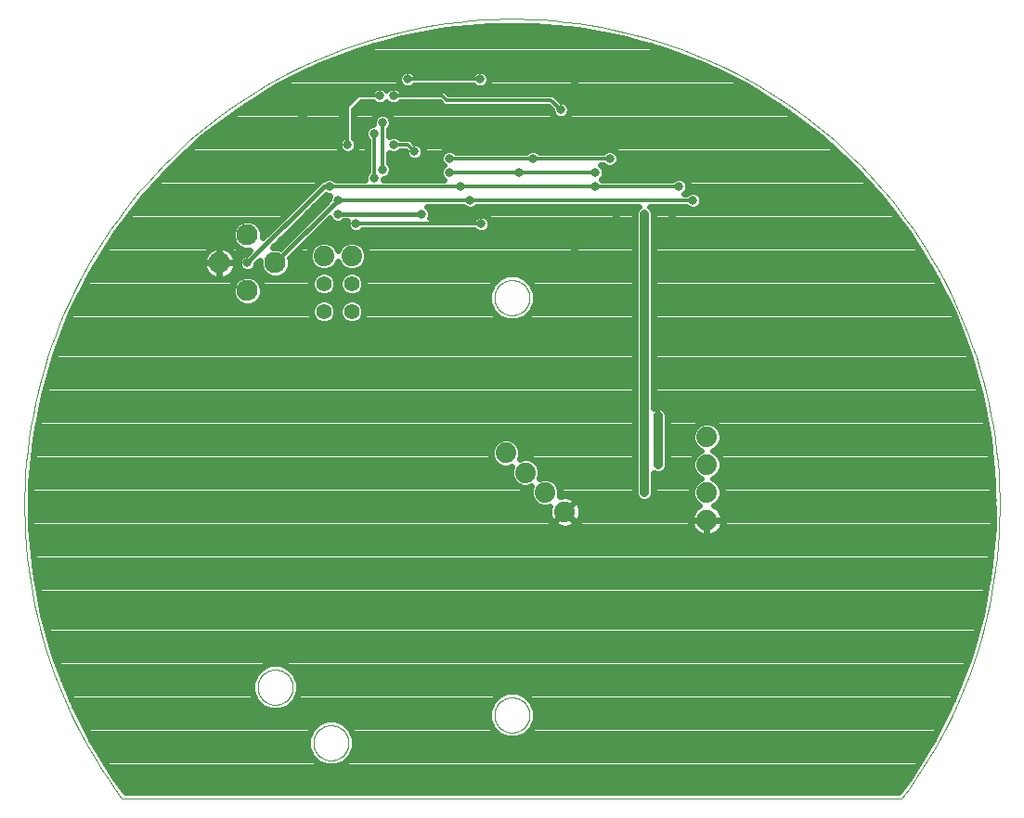
<source format=gbl>
G75*
%MOIN*%
%OFA0B0*%
%FSLAX25Y25*%
%IPPOS*%
%LPD*%
%AMOC8*
5,1,8,0,0,1.08239X$1,22.5*
%
%ADD10C,0.00000*%
%ADD11C,0.07400*%
%ADD12C,0.07600*%
%ADD13C,0.05600*%
%ADD14C,0.03169*%
%ADD15C,0.03200*%
%ADD16C,0.01600*%
%ADD17C,0.02400*%
%ADD18C,0.01200*%
D10*
X0062200Y0017200D02*
X0342200Y0017200D01*
X0195901Y0047200D02*
X0195903Y0047358D01*
X0195909Y0047516D01*
X0195919Y0047674D01*
X0195933Y0047832D01*
X0195951Y0047989D01*
X0195972Y0048146D01*
X0195998Y0048302D01*
X0196028Y0048458D01*
X0196061Y0048613D01*
X0196099Y0048766D01*
X0196140Y0048919D01*
X0196185Y0049071D01*
X0196234Y0049222D01*
X0196287Y0049371D01*
X0196343Y0049519D01*
X0196403Y0049665D01*
X0196467Y0049810D01*
X0196535Y0049953D01*
X0196606Y0050095D01*
X0196680Y0050235D01*
X0196758Y0050372D01*
X0196840Y0050508D01*
X0196924Y0050642D01*
X0197013Y0050773D01*
X0197104Y0050902D01*
X0197199Y0051029D01*
X0197296Y0051154D01*
X0197397Y0051276D01*
X0197501Y0051395D01*
X0197608Y0051512D01*
X0197718Y0051626D01*
X0197831Y0051737D01*
X0197946Y0051846D01*
X0198064Y0051951D01*
X0198185Y0052053D01*
X0198308Y0052153D01*
X0198434Y0052249D01*
X0198562Y0052342D01*
X0198692Y0052432D01*
X0198825Y0052518D01*
X0198960Y0052602D01*
X0199096Y0052681D01*
X0199235Y0052758D01*
X0199376Y0052830D01*
X0199518Y0052900D01*
X0199662Y0052965D01*
X0199808Y0053027D01*
X0199955Y0053085D01*
X0200104Y0053140D01*
X0200254Y0053191D01*
X0200405Y0053238D01*
X0200557Y0053281D01*
X0200710Y0053320D01*
X0200865Y0053356D01*
X0201020Y0053387D01*
X0201176Y0053415D01*
X0201332Y0053439D01*
X0201489Y0053459D01*
X0201647Y0053475D01*
X0201804Y0053487D01*
X0201963Y0053495D01*
X0202121Y0053499D01*
X0202279Y0053499D01*
X0202437Y0053495D01*
X0202596Y0053487D01*
X0202753Y0053475D01*
X0202911Y0053459D01*
X0203068Y0053439D01*
X0203224Y0053415D01*
X0203380Y0053387D01*
X0203535Y0053356D01*
X0203690Y0053320D01*
X0203843Y0053281D01*
X0203995Y0053238D01*
X0204146Y0053191D01*
X0204296Y0053140D01*
X0204445Y0053085D01*
X0204592Y0053027D01*
X0204738Y0052965D01*
X0204882Y0052900D01*
X0205024Y0052830D01*
X0205165Y0052758D01*
X0205304Y0052681D01*
X0205440Y0052602D01*
X0205575Y0052518D01*
X0205708Y0052432D01*
X0205838Y0052342D01*
X0205966Y0052249D01*
X0206092Y0052153D01*
X0206215Y0052053D01*
X0206336Y0051951D01*
X0206454Y0051846D01*
X0206569Y0051737D01*
X0206682Y0051626D01*
X0206792Y0051512D01*
X0206899Y0051395D01*
X0207003Y0051276D01*
X0207104Y0051154D01*
X0207201Y0051029D01*
X0207296Y0050902D01*
X0207387Y0050773D01*
X0207476Y0050642D01*
X0207560Y0050508D01*
X0207642Y0050372D01*
X0207720Y0050235D01*
X0207794Y0050095D01*
X0207865Y0049953D01*
X0207933Y0049810D01*
X0207997Y0049665D01*
X0208057Y0049519D01*
X0208113Y0049371D01*
X0208166Y0049222D01*
X0208215Y0049071D01*
X0208260Y0048919D01*
X0208301Y0048766D01*
X0208339Y0048613D01*
X0208372Y0048458D01*
X0208402Y0048302D01*
X0208428Y0048146D01*
X0208449Y0047989D01*
X0208467Y0047832D01*
X0208481Y0047674D01*
X0208491Y0047516D01*
X0208497Y0047358D01*
X0208499Y0047200D01*
X0208497Y0047042D01*
X0208491Y0046884D01*
X0208481Y0046726D01*
X0208467Y0046568D01*
X0208449Y0046411D01*
X0208428Y0046254D01*
X0208402Y0046098D01*
X0208372Y0045942D01*
X0208339Y0045787D01*
X0208301Y0045634D01*
X0208260Y0045481D01*
X0208215Y0045329D01*
X0208166Y0045178D01*
X0208113Y0045029D01*
X0208057Y0044881D01*
X0207997Y0044735D01*
X0207933Y0044590D01*
X0207865Y0044447D01*
X0207794Y0044305D01*
X0207720Y0044165D01*
X0207642Y0044028D01*
X0207560Y0043892D01*
X0207476Y0043758D01*
X0207387Y0043627D01*
X0207296Y0043498D01*
X0207201Y0043371D01*
X0207104Y0043246D01*
X0207003Y0043124D01*
X0206899Y0043005D01*
X0206792Y0042888D01*
X0206682Y0042774D01*
X0206569Y0042663D01*
X0206454Y0042554D01*
X0206336Y0042449D01*
X0206215Y0042347D01*
X0206092Y0042247D01*
X0205966Y0042151D01*
X0205838Y0042058D01*
X0205708Y0041968D01*
X0205575Y0041882D01*
X0205440Y0041798D01*
X0205304Y0041719D01*
X0205165Y0041642D01*
X0205024Y0041570D01*
X0204882Y0041500D01*
X0204738Y0041435D01*
X0204592Y0041373D01*
X0204445Y0041315D01*
X0204296Y0041260D01*
X0204146Y0041209D01*
X0203995Y0041162D01*
X0203843Y0041119D01*
X0203690Y0041080D01*
X0203535Y0041044D01*
X0203380Y0041013D01*
X0203224Y0040985D01*
X0203068Y0040961D01*
X0202911Y0040941D01*
X0202753Y0040925D01*
X0202596Y0040913D01*
X0202437Y0040905D01*
X0202279Y0040901D01*
X0202121Y0040901D01*
X0201963Y0040905D01*
X0201804Y0040913D01*
X0201647Y0040925D01*
X0201489Y0040941D01*
X0201332Y0040961D01*
X0201176Y0040985D01*
X0201020Y0041013D01*
X0200865Y0041044D01*
X0200710Y0041080D01*
X0200557Y0041119D01*
X0200405Y0041162D01*
X0200254Y0041209D01*
X0200104Y0041260D01*
X0199955Y0041315D01*
X0199808Y0041373D01*
X0199662Y0041435D01*
X0199518Y0041500D01*
X0199376Y0041570D01*
X0199235Y0041642D01*
X0199096Y0041719D01*
X0198960Y0041798D01*
X0198825Y0041882D01*
X0198692Y0041968D01*
X0198562Y0042058D01*
X0198434Y0042151D01*
X0198308Y0042247D01*
X0198185Y0042347D01*
X0198064Y0042449D01*
X0197946Y0042554D01*
X0197831Y0042663D01*
X0197718Y0042774D01*
X0197608Y0042888D01*
X0197501Y0043005D01*
X0197397Y0043124D01*
X0197296Y0043246D01*
X0197199Y0043371D01*
X0197104Y0043498D01*
X0197013Y0043627D01*
X0196924Y0043758D01*
X0196840Y0043892D01*
X0196758Y0044028D01*
X0196680Y0044165D01*
X0196606Y0044305D01*
X0196535Y0044447D01*
X0196467Y0044590D01*
X0196403Y0044735D01*
X0196343Y0044881D01*
X0196287Y0045029D01*
X0196234Y0045178D01*
X0196185Y0045329D01*
X0196140Y0045481D01*
X0196099Y0045634D01*
X0196061Y0045787D01*
X0196028Y0045942D01*
X0195998Y0046098D01*
X0195972Y0046254D01*
X0195951Y0046411D01*
X0195933Y0046568D01*
X0195919Y0046726D01*
X0195909Y0046884D01*
X0195903Y0047042D01*
X0195901Y0047200D01*
X0130901Y0037200D02*
X0130903Y0037358D01*
X0130909Y0037516D01*
X0130919Y0037674D01*
X0130933Y0037832D01*
X0130951Y0037989D01*
X0130972Y0038146D01*
X0130998Y0038302D01*
X0131028Y0038458D01*
X0131061Y0038613D01*
X0131099Y0038766D01*
X0131140Y0038919D01*
X0131185Y0039071D01*
X0131234Y0039222D01*
X0131287Y0039371D01*
X0131343Y0039519D01*
X0131403Y0039665D01*
X0131467Y0039810D01*
X0131535Y0039953D01*
X0131606Y0040095D01*
X0131680Y0040235D01*
X0131758Y0040372D01*
X0131840Y0040508D01*
X0131924Y0040642D01*
X0132013Y0040773D01*
X0132104Y0040902D01*
X0132199Y0041029D01*
X0132296Y0041154D01*
X0132397Y0041276D01*
X0132501Y0041395D01*
X0132608Y0041512D01*
X0132718Y0041626D01*
X0132831Y0041737D01*
X0132946Y0041846D01*
X0133064Y0041951D01*
X0133185Y0042053D01*
X0133308Y0042153D01*
X0133434Y0042249D01*
X0133562Y0042342D01*
X0133692Y0042432D01*
X0133825Y0042518D01*
X0133960Y0042602D01*
X0134096Y0042681D01*
X0134235Y0042758D01*
X0134376Y0042830D01*
X0134518Y0042900D01*
X0134662Y0042965D01*
X0134808Y0043027D01*
X0134955Y0043085D01*
X0135104Y0043140D01*
X0135254Y0043191D01*
X0135405Y0043238D01*
X0135557Y0043281D01*
X0135710Y0043320D01*
X0135865Y0043356D01*
X0136020Y0043387D01*
X0136176Y0043415D01*
X0136332Y0043439D01*
X0136489Y0043459D01*
X0136647Y0043475D01*
X0136804Y0043487D01*
X0136963Y0043495D01*
X0137121Y0043499D01*
X0137279Y0043499D01*
X0137437Y0043495D01*
X0137596Y0043487D01*
X0137753Y0043475D01*
X0137911Y0043459D01*
X0138068Y0043439D01*
X0138224Y0043415D01*
X0138380Y0043387D01*
X0138535Y0043356D01*
X0138690Y0043320D01*
X0138843Y0043281D01*
X0138995Y0043238D01*
X0139146Y0043191D01*
X0139296Y0043140D01*
X0139445Y0043085D01*
X0139592Y0043027D01*
X0139738Y0042965D01*
X0139882Y0042900D01*
X0140024Y0042830D01*
X0140165Y0042758D01*
X0140304Y0042681D01*
X0140440Y0042602D01*
X0140575Y0042518D01*
X0140708Y0042432D01*
X0140838Y0042342D01*
X0140966Y0042249D01*
X0141092Y0042153D01*
X0141215Y0042053D01*
X0141336Y0041951D01*
X0141454Y0041846D01*
X0141569Y0041737D01*
X0141682Y0041626D01*
X0141792Y0041512D01*
X0141899Y0041395D01*
X0142003Y0041276D01*
X0142104Y0041154D01*
X0142201Y0041029D01*
X0142296Y0040902D01*
X0142387Y0040773D01*
X0142476Y0040642D01*
X0142560Y0040508D01*
X0142642Y0040372D01*
X0142720Y0040235D01*
X0142794Y0040095D01*
X0142865Y0039953D01*
X0142933Y0039810D01*
X0142997Y0039665D01*
X0143057Y0039519D01*
X0143113Y0039371D01*
X0143166Y0039222D01*
X0143215Y0039071D01*
X0143260Y0038919D01*
X0143301Y0038766D01*
X0143339Y0038613D01*
X0143372Y0038458D01*
X0143402Y0038302D01*
X0143428Y0038146D01*
X0143449Y0037989D01*
X0143467Y0037832D01*
X0143481Y0037674D01*
X0143491Y0037516D01*
X0143497Y0037358D01*
X0143499Y0037200D01*
X0143497Y0037042D01*
X0143491Y0036884D01*
X0143481Y0036726D01*
X0143467Y0036568D01*
X0143449Y0036411D01*
X0143428Y0036254D01*
X0143402Y0036098D01*
X0143372Y0035942D01*
X0143339Y0035787D01*
X0143301Y0035634D01*
X0143260Y0035481D01*
X0143215Y0035329D01*
X0143166Y0035178D01*
X0143113Y0035029D01*
X0143057Y0034881D01*
X0142997Y0034735D01*
X0142933Y0034590D01*
X0142865Y0034447D01*
X0142794Y0034305D01*
X0142720Y0034165D01*
X0142642Y0034028D01*
X0142560Y0033892D01*
X0142476Y0033758D01*
X0142387Y0033627D01*
X0142296Y0033498D01*
X0142201Y0033371D01*
X0142104Y0033246D01*
X0142003Y0033124D01*
X0141899Y0033005D01*
X0141792Y0032888D01*
X0141682Y0032774D01*
X0141569Y0032663D01*
X0141454Y0032554D01*
X0141336Y0032449D01*
X0141215Y0032347D01*
X0141092Y0032247D01*
X0140966Y0032151D01*
X0140838Y0032058D01*
X0140708Y0031968D01*
X0140575Y0031882D01*
X0140440Y0031798D01*
X0140304Y0031719D01*
X0140165Y0031642D01*
X0140024Y0031570D01*
X0139882Y0031500D01*
X0139738Y0031435D01*
X0139592Y0031373D01*
X0139445Y0031315D01*
X0139296Y0031260D01*
X0139146Y0031209D01*
X0138995Y0031162D01*
X0138843Y0031119D01*
X0138690Y0031080D01*
X0138535Y0031044D01*
X0138380Y0031013D01*
X0138224Y0030985D01*
X0138068Y0030961D01*
X0137911Y0030941D01*
X0137753Y0030925D01*
X0137596Y0030913D01*
X0137437Y0030905D01*
X0137279Y0030901D01*
X0137121Y0030901D01*
X0136963Y0030905D01*
X0136804Y0030913D01*
X0136647Y0030925D01*
X0136489Y0030941D01*
X0136332Y0030961D01*
X0136176Y0030985D01*
X0136020Y0031013D01*
X0135865Y0031044D01*
X0135710Y0031080D01*
X0135557Y0031119D01*
X0135405Y0031162D01*
X0135254Y0031209D01*
X0135104Y0031260D01*
X0134955Y0031315D01*
X0134808Y0031373D01*
X0134662Y0031435D01*
X0134518Y0031500D01*
X0134376Y0031570D01*
X0134235Y0031642D01*
X0134096Y0031719D01*
X0133960Y0031798D01*
X0133825Y0031882D01*
X0133692Y0031968D01*
X0133562Y0032058D01*
X0133434Y0032151D01*
X0133308Y0032247D01*
X0133185Y0032347D01*
X0133064Y0032449D01*
X0132946Y0032554D01*
X0132831Y0032663D01*
X0132718Y0032774D01*
X0132608Y0032888D01*
X0132501Y0033005D01*
X0132397Y0033124D01*
X0132296Y0033246D01*
X0132199Y0033371D01*
X0132104Y0033498D01*
X0132013Y0033627D01*
X0131924Y0033758D01*
X0131840Y0033892D01*
X0131758Y0034028D01*
X0131680Y0034165D01*
X0131606Y0034305D01*
X0131535Y0034447D01*
X0131467Y0034590D01*
X0131403Y0034735D01*
X0131343Y0034881D01*
X0131287Y0035029D01*
X0131234Y0035178D01*
X0131185Y0035329D01*
X0131140Y0035481D01*
X0131099Y0035634D01*
X0131061Y0035787D01*
X0131028Y0035942D01*
X0130998Y0036098D01*
X0130972Y0036254D01*
X0130951Y0036411D01*
X0130933Y0036568D01*
X0130919Y0036726D01*
X0130909Y0036884D01*
X0130903Y0037042D01*
X0130901Y0037200D01*
X0110901Y0057200D02*
X0110903Y0057358D01*
X0110909Y0057516D01*
X0110919Y0057674D01*
X0110933Y0057832D01*
X0110951Y0057989D01*
X0110972Y0058146D01*
X0110998Y0058302D01*
X0111028Y0058458D01*
X0111061Y0058613D01*
X0111099Y0058766D01*
X0111140Y0058919D01*
X0111185Y0059071D01*
X0111234Y0059222D01*
X0111287Y0059371D01*
X0111343Y0059519D01*
X0111403Y0059665D01*
X0111467Y0059810D01*
X0111535Y0059953D01*
X0111606Y0060095D01*
X0111680Y0060235D01*
X0111758Y0060372D01*
X0111840Y0060508D01*
X0111924Y0060642D01*
X0112013Y0060773D01*
X0112104Y0060902D01*
X0112199Y0061029D01*
X0112296Y0061154D01*
X0112397Y0061276D01*
X0112501Y0061395D01*
X0112608Y0061512D01*
X0112718Y0061626D01*
X0112831Y0061737D01*
X0112946Y0061846D01*
X0113064Y0061951D01*
X0113185Y0062053D01*
X0113308Y0062153D01*
X0113434Y0062249D01*
X0113562Y0062342D01*
X0113692Y0062432D01*
X0113825Y0062518D01*
X0113960Y0062602D01*
X0114096Y0062681D01*
X0114235Y0062758D01*
X0114376Y0062830D01*
X0114518Y0062900D01*
X0114662Y0062965D01*
X0114808Y0063027D01*
X0114955Y0063085D01*
X0115104Y0063140D01*
X0115254Y0063191D01*
X0115405Y0063238D01*
X0115557Y0063281D01*
X0115710Y0063320D01*
X0115865Y0063356D01*
X0116020Y0063387D01*
X0116176Y0063415D01*
X0116332Y0063439D01*
X0116489Y0063459D01*
X0116647Y0063475D01*
X0116804Y0063487D01*
X0116963Y0063495D01*
X0117121Y0063499D01*
X0117279Y0063499D01*
X0117437Y0063495D01*
X0117596Y0063487D01*
X0117753Y0063475D01*
X0117911Y0063459D01*
X0118068Y0063439D01*
X0118224Y0063415D01*
X0118380Y0063387D01*
X0118535Y0063356D01*
X0118690Y0063320D01*
X0118843Y0063281D01*
X0118995Y0063238D01*
X0119146Y0063191D01*
X0119296Y0063140D01*
X0119445Y0063085D01*
X0119592Y0063027D01*
X0119738Y0062965D01*
X0119882Y0062900D01*
X0120024Y0062830D01*
X0120165Y0062758D01*
X0120304Y0062681D01*
X0120440Y0062602D01*
X0120575Y0062518D01*
X0120708Y0062432D01*
X0120838Y0062342D01*
X0120966Y0062249D01*
X0121092Y0062153D01*
X0121215Y0062053D01*
X0121336Y0061951D01*
X0121454Y0061846D01*
X0121569Y0061737D01*
X0121682Y0061626D01*
X0121792Y0061512D01*
X0121899Y0061395D01*
X0122003Y0061276D01*
X0122104Y0061154D01*
X0122201Y0061029D01*
X0122296Y0060902D01*
X0122387Y0060773D01*
X0122476Y0060642D01*
X0122560Y0060508D01*
X0122642Y0060372D01*
X0122720Y0060235D01*
X0122794Y0060095D01*
X0122865Y0059953D01*
X0122933Y0059810D01*
X0122997Y0059665D01*
X0123057Y0059519D01*
X0123113Y0059371D01*
X0123166Y0059222D01*
X0123215Y0059071D01*
X0123260Y0058919D01*
X0123301Y0058766D01*
X0123339Y0058613D01*
X0123372Y0058458D01*
X0123402Y0058302D01*
X0123428Y0058146D01*
X0123449Y0057989D01*
X0123467Y0057832D01*
X0123481Y0057674D01*
X0123491Y0057516D01*
X0123497Y0057358D01*
X0123499Y0057200D01*
X0123497Y0057042D01*
X0123491Y0056884D01*
X0123481Y0056726D01*
X0123467Y0056568D01*
X0123449Y0056411D01*
X0123428Y0056254D01*
X0123402Y0056098D01*
X0123372Y0055942D01*
X0123339Y0055787D01*
X0123301Y0055634D01*
X0123260Y0055481D01*
X0123215Y0055329D01*
X0123166Y0055178D01*
X0123113Y0055029D01*
X0123057Y0054881D01*
X0122997Y0054735D01*
X0122933Y0054590D01*
X0122865Y0054447D01*
X0122794Y0054305D01*
X0122720Y0054165D01*
X0122642Y0054028D01*
X0122560Y0053892D01*
X0122476Y0053758D01*
X0122387Y0053627D01*
X0122296Y0053498D01*
X0122201Y0053371D01*
X0122104Y0053246D01*
X0122003Y0053124D01*
X0121899Y0053005D01*
X0121792Y0052888D01*
X0121682Y0052774D01*
X0121569Y0052663D01*
X0121454Y0052554D01*
X0121336Y0052449D01*
X0121215Y0052347D01*
X0121092Y0052247D01*
X0120966Y0052151D01*
X0120838Y0052058D01*
X0120708Y0051968D01*
X0120575Y0051882D01*
X0120440Y0051798D01*
X0120304Y0051719D01*
X0120165Y0051642D01*
X0120024Y0051570D01*
X0119882Y0051500D01*
X0119738Y0051435D01*
X0119592Y0051373D01*
X0119445Y0051315D01*
X0119296Y0051260D01*
X0119146Y0051209D01*
X0118995Y0051162D01*
X0118843Y0051119D01*
X0118690Y0051080D01*
X0118535Y0051044D01*
X0118380Y0051013D01*
X0118224Y0050985D01*
X0118068Y0050961D01*
X0117911Y0050941D01*
X0117753Y0050925D01*
X0117596Y0050913D01*
X0117437Y0050905D01*
X0117279Y0050901D01*
X0117121Y0050901D01*
X0116963Y0050905D01*
X0116804Y0050913D01*
X0116647Y0050925D01*
X0116489Y0050941D01*
X0116332Y0050961D01*
X0116176Y0050985D01*
X0116020Y0051013D01*
X0115865Y0051044D01*
X0115710Y0051080D01*
X0115557Y0051119D01*
X0115405Y0051162D01*
X0115254Y0051209D01*
X0115104Y0051260D01*
X0114955Y0051315D01*
X0114808Y0051373D01*
X0114662Y0051435D01*
X0114518Y0051500D01*
X0114376Y0051570D01*
X0114235Y0051642D01*
X0114096Y0051719D01*
X0113960Y0051798D01*
X0113825Y0051882D01*
X0113692Y0051968D01*
X0113562Y0052058D01*
X0113434Y0052151D01*
X0113308Y0052247D01*
X0113185Y0052347D01*
X0113064Y0052449D01*
X0112946Y0052554D01*
X0112831Y0052663D01*
X0112718Y0052774D01*
X0112608Y0052888D01*
X0112501Y0053005D01*
X0112397Y0053124D01*
X0112296Y0053246D01*
X0112199Y0053371D01*
X0112104Y0053498D01*
X0112013Y0053627D01*
X0111924Y0053758D01*
X0111840Y0053892D01*
X0111758Y0054028D01*
X0111680Y0054165D01*
X0111606Y0054305D01*
X0111535Y0054447D01*
X0111467Y0054590D01*
X0111403Y0054735D01*
X0111343Y0054881D01*
X0111287Y0055029D01*
X0111234Y0055178D01*
X0111185Y0055329D01*
X0111140Y0055481D01*
X0111099Y0055634D01*
X0111061Y0055787D01*
X0111028Y0055942D01*
X0110998Y0056098D01*
X0110972Y0056254D01*
X0110951Y0056411D01*
X0110933Y0056568D01*
X0110919Y0056726D01*
X0110909Y0056884D01*
X0110903Y0057042D01*
X0110901Y0057200D01*
X0062200Y0017200D02*
X0059670Y0020657D01*
X0057225Y0024176D01*
X0054867Y0027753D01*
X0052597Y0031386D01*
X0050416Y0035075D01*
X0048327Y0038815D01*
X0046330Y0042605D01*
X0044426Y0046443D01*
X0042617Y0050327D01*
X0040903Y0054254D01*
X0039286Y0058221D01*
X0037766Y0062227D01*
X0036345Y0066269D01*
X0035023Y0070344D01*
X0033801Y0074451D01*
X0032680Y0078586D01*
X0031661Y0082747D01*
X0030744Y0086932D01*
X0029929Y0091139D01*
X0029218Y0095363D01*
X0028610Y0099605D01*
X0028107Y0103859D01*
X0027707Y0108125D01*
X0027412Y0112399D01*
X0027222Y0116679D01*
X0027136Y0120963D01*
X0027156Y0125247D01*
X0027280Y0129530D01*
X0027509Y0133808D01*
X0027842Y0138079D01*
X0028280Y0142341D01*
X0028822Y0146591D01*
X0029468Y0150827D01*
X0030218Y0155045D01*
X0031070Y0159244D01*
X0032025Y0163420D01*
X0033082Y0167572D01*
X0034240Y0171697D01*
X0035499Y0175793D01*
X0036857Y0179856D01*
X0038315Y0183885D01*
X0039871Y0187877D01*
X0041524Y0191829D01*
X0043273Y0195740D01*
X0045117Y0199607D01*
X0047056Y0203428D01*
X0049087Y0207200D01*
X0051210Y0210922D01*
X0053423Y0214590D01*
X0055726Y0218203D01*
X0058116Y0221759D01*
X0060593Y0225255D01*
X0063154Y0228689D01*
X0065799Y0232060D01*
X0068525Y0235365D01*
X0071332Y0238602D01*
X0074217Y0241770D01*
X0077178Y0244866D01*
X0080215Y0247889D01*
X0083324Y0250836D01*
X0086505Y0253707D01*
X0089754Y0256498D01*
X0093072Y0259210D01*
X0096454Y0261839D01*
X0099900Y0264385D01*
X0103407Y0266846D01*
X0106974Y0269220D01*
X0110597Y0271506D01*
X0114275Y0273703D01*
X0118006Y0275810D01*
X0121788Y0277824D01*
X0125617Y0279745D01*
X0129493Y0281572D01*
X0133411Y0283303D01*
X0137372Y0284939D01*
X0141371Y0286476D01*
X0145406Y0287916D01*
X0149475Y0289256D01*
X0153576Y0290496D01*
X0157706Y0291636D01*
X0161863Y0292674D01*
X0166044Y0293610D01*
X0170246Y0294443D01*
X0174468Y0295174D01*
X0178706Y0295800D01*
X0182959Y0296323D01*
X0187223Y0296742D01*
X0191495Y0297056D01*
X0195775Y0297266D01*
X0200058Y0297371D01*
X0204342Y0297371D01*
X0208625Y0297266D01*
X0212905Y0297056D01*
X0217177Y0296742D01*
X0221441Y0296323D01*
X0225694Y0295800D01*
X0229932Y0295174D01*
X0234154Y0294443D01*
X0238356Y0293610D01*
X0242537Y0292674D01*
X0246694Y0291636D01*
X0250824Y0290496D01*
X0254925Y0289256D01*
X0258994Y0287916D01*
X0263029Y0286476D01*
X0267028Y0284939D01*
X0270989Y0283303D01*
X0274907Y0281572D01*
X0278783Y0279745D01*
X0282612Y0277824D01*
X0286394Y0275810D01*
X0290125Y0273703D01*
X0293803Y0271506D01*
X0297426Y0269220D01*
X0300993Y0266846D01*
X0304500Y0264385D01*
X0307946Y0261839D01*
X0311328Y0259210D01*
X0314646Y0256498D01*
X0317895Y0253707D01*
X0321076Y0250836D01*
X0324185Y0247889D01*
X0327222Y0244866D01*
X0330183Y0241770D01*
X0333068Y0238602D01*
X0335875Y0235365D01*
X0338601Y0232060D01*
X0341246Y0228689D01*
X0343807Y0225255D01*
X0346284Y0221759D01*
X0348674Y0218203D01*
X0350977Y0214590D01*
X0353190Y0210922D01*
X0355313Y0207200D01*
X0357344Y0203428D01*
X0359283Y0199607D01*
X0361127Y0195740D01*
X0362876Y0191829D01*
X0364529Y0187877D01*
X0366085Y0183885D01*
X0367543Y0179856D01*
X0368901Y0175793D01*
X0370160Y0171697D01*
X0371318Y0167572D01*
X0372375Y0163420D01*
X0373330Y0159244D01*
X0374182Y0155045D01*
X0374932Y0150827D01*
X0375578Y0146591D01*
X0376120Y0142341D01*
X0376558Y0138079D01*
X0376891Y0133808D01*
X0377120Y0129530D01*
X0377244Y0125247D01*
X0377264Y0120963D01*
X0377178Y0116679D01*
X0376988Y0112399D01*
X0376693Y0108125D01*
X0376293Y0103859D01*
X0375790Y0099605D01*
X0375182Y0095363D01*
X0374471Y0091139D01*
X0373656Y0086932D01*
X0372739Y0082747D01*
X0371720Y0078586D01*
X0370599Y0074451D01*
X0369377Y0070344D01*
X0368055Y0066269D01*
X0366634Y0062227D01*
X0365114Y0058221D01*
X0363497Y0054254D01*
X0361783Y0050327D01*
X0359974Y0046443D01*
X0358070Y0042605D01*
X0356073Y0038815D01*
X0353984Y0035075D01*
X0351803Y0031386D01*
X0349533Y0027753D01*
X0347175Y0024176D01*
X0344730Y0020657D01*
X0342200Y0017200D01*
X0195901Y0197200D02*
X0195903Y0197358D01*
X0195909Y0197516D01*
X0195919Y0197674D01*
X0195933Y0197832D01*
X0195951Y0197989D01*
X0195972Y0198146D01*
X0195998Y0198302D01*
X0196028Y0198458D01*
X0196061Y0198613D01*
X0196099Y0198766D01*
X0196140Y0198919D01*
X0196185Y0199071D01*
X0196234Y0199222D01*
X0196287Y0199371D01*
X0196343Y0199519D01*
X0196403Y0199665D01*
X0196467Y0199810D01*
X0196535Y0199953D01*
X0196606Y0200095D01*
X0196680Y0200235D01*
X0196758Y0200372D01*
X0196840Y0200508D01*
X0196924Y0200642D01*
X0197013Y0200773D01*
X0197104Y0200902D01*
X0197199Y0201029D01*
X0197296Y0201154D01*
X0197397Y0201276D01*
X0197501Y0201395D01*
X0197608Y0201512D01*
X0197718Y0201626D01*
X0197831Y0201737D01*
X0197946Y0201846D01*
X0198064Y0201951D01*
X0198185Y0202053D01*
X0198308Y0202153D01*
X0198434Y0202249D01*
X0198562Y0202342D01*
X0198692Y0202432D01*
X0198825Y0202518D01*
X0198960Y0202602D01*
X0199096Y0202681D01*
X0199235Y0202758D01*
X0199376Y0202830D01*
X0199518Y0202900D01*
X0199662Y0202965D01*
X0199808Y0203027D01*
X0199955Y0203085D01*
X0200104Y0203140D01*
X0200254Y0203191D01*
X0200405Y0203238D01*
X0200557Y0203281D01*
X0200710Y0203320D01*
X0200865Y0203356D01*
X0201020Y0203387D01*
X0201176Y0203415D01*
X0201332Y0203439D01*
X0201489Y0203459D01*
X0201647Y0203475D01*
X0201804Y0203487D01*
X0201963Y0203495D01*
X0202121Y0203499D01*
X0202279Y0203499D01*
X0202437Y0203495D01*
X0202596Y0203487D01*
X0202753Y0203475D01*
X0202911Y0203459D01*
X0203068Y0203439D01*
X0203224Y0203415D01*
X0203380Y0203387D01*
X0203535Y0203356D01*
X0203690Y0203320D01*
X0203843Y0203281D01*
X0203995Y0203238D01*
X0204146Y0203191D01*
X0204296Y0203140D01*
X0204445Y0203085D01*
X0204592Y0203027D01*
X0204738Y0202965D01*
X0204882Y0202900D01*
X0205024Y0202830D01*
X0205165Y0202758D01*
X0205304Y0202681D01*
X0205440Y0202602D01*
X0205575Y0202518D01*
X0205708Y0202432D01*
X0205838Y0202342D01*
X0205966Y0202249D01*
X0206092Y0202153D01*
X0206215Y0202053D01*
X0206336Y0201951D01*
X0206454Y0201846D01*
X0206569Y0201737D01*
X0206682Y0201626D01*
X0206792Y0201512D01*
X0206899Y0201395D01*
X0207003Y0201276D01*
X0207104Y0201154D01*
X0207201Y0201029D01*
X0207296Y0200902D01*
X0207387Y0200773D01*
X0207476Y0200642D01*
X0207560Y0200508D01*
X0207642Y0200372D01*
X0207720Y0200235D01*
X0207794Y0200095D01*
X0207865Y0199953D01*
X0207933Y0199810D01*
X0207997Y0199665D01*
X0208057Y0199519D01*
X0208113Y0199371D01*
X0208166Y0199222D01*
X0208215Y0199071D01*
X0208260Y0198919D01*
X0208301Y0198766D01*
X0208339Y0198613D01*
X0208372Y0198458D01*
X0208402Y0198302D01*
X0208428Y0198146D01*
X0208449Y0197989D01*
X0208467Y0197832D01*
X0208481Y0197674D01*
X0208491Y0197516D01*
X0208497Y0197358D01*
X0208499Y0197200D01*
X0208497Y0197042D01*
X0208491Y0196884D01*
X0208481Y0196726D01*
X0208467Y0196568D01*
X0208449Y0196411D01*
X0208428Y0196254D01*
X0208402Y0196098D01*
X0208372Y0195942D01*
X0208339Y0195787D01*
X0208301Y0195634D01*
X0208260Y0195481D01*
X0208215Y0195329D01*
X0208166Y0195178D01*
X0208113Y0195029D01*
X0208057Y0194881D01*
X0207997Y0194735D01*
X0207933Y0194590D01*
X0207865Y0194447D01*
X0207794Y0194305D01*
X0207720Y0194165D01*
X0207642Y0194028D01*
X0207560Y0193892D01*
X0207476Y0193758D01*
X0207387Y0193627D01*
X0207296Y0193498D01*
X0207201Y0193371D01*
X0207104Y0193246D01*
X0207003Y0193124D01*
X0206899Y0193005D01*
X0206792Y0192888D01*
X0206682Y0192774D01*
X0206569Y0192663D01*
X0206454Y0192554D01*
X0206336Y0192449D01*
X0206215Y0192347D01*
X0206092Y0192247D01*
X0205966Y0192151D01*
X0205838Y0192058D01*
X0205708Y0191968D01*
X0205575Y0191882D01*
X0205440Y0191798D01*
X0205304Y0191719D01*
X0205165Y0191642D01*
X0205024Y0191570D01*
X0204882Y0191500D01*
X0204738Y0191435D01*
X0204592Y0191373D01*
X0204445Y0191315D01*
X0204296Y0191260D01*
X0204146Y0191209D01*
X0203995Y0191162D01*
X0203843Y0191119D01*
X0203690Y0191080D01*
X0203535Y0191044D01*
X0203380Y0191013D01*
X0203224Y0190985D01*
X0203068Y0190961D01*
X0202911Y0190941D01*
X0202753Y0190925D01*
X0202596Y0190913D01*
X0202437Y0190905D01*
X0202279Y0190901D01*
X0202121Y0190901D01*
X0201963Y0190905D01*
X0201804Y0190913D01*
X0201647Y0190925D01*
X0201489Y0190941D01*
X0201332Y0190961D01*
X0201176Y0190985D01*
X0201020Y0191013D01*
X0200865Y0191044D01*
X0200710Y0191080D01*
X0200557Y0191119D01*
X0200405Y0191162D01*
X0200254Y0191209D01*
X0200104Y0191260D01*
X0199955Y0191315D01*
X0199808Y0191373D01*
X0199662Y0191435D01*
X0199518Y0191500D01*
X0199376Y0191570D01*
X0199235Y0191642D01*
X0199096Y0191719D01*
X0198960Y0191798D01*
X0198825Y0191882D01*
X0198692Y0191968D01*
X0198562Y0192058D01*
X0198434Y0192151D01*
X0198308Y0192247D01*
X0198185Y0192347D01*
X0198064Y0192449D01*
X0197946Y0192554D01*
X0197831Y0192663D01*
X0197718Y0192774D01*
X0197608Y0192888D01*
X0197501Y0193005D01*
X0197397Y0193124D01*
X0197296Y0193246D01*
X0197199Y0193371D01*
X0197104Y0193498D01*
X0197013Y0193627D01*
X0196924Y0193758D01*
X0196840Y0193892D01*
X0196758Y0194028D01*
X0196680Y0194165D01*
X0196606Y0194305D01*
X0196535Y0194447D01*
X0196467Y0194590D01*
X0196403Y0194735D01*
X0196343Y0194881D01*
X0196287Y0195029D01*
X0196234Y0195178D01*
X0196185Y0195329D01*
X0196140Y0195481D01*
X0196099Y0195634D01*
X0196061Y0195787D01*
X0196028Y0195942D01*
X0195998Y0196098D01*
X0195972Y0196254D01*
X0195951Y0196411D01*
X0195933Y0196568D01*
X0195919Y0196726D01*
X0195909Y0196884D01*
X0195903Y0197042D01*
X0195901Y0197200D01*
D11*
X0144700Y0212200D03*
X0134700Y0212200D03*
X0199987Y0141413D03*
X0207058Y0134342D03*
X0214129Y0127271D03*
X0221200Y0120200D03*
X0272200Y0117200D03*
X0272200Y0127200D03*
X0272200Y0137200D03*
X0272200Y0147200D03*
D12*
X0117200Y0209700D03*
X0107200Y0199700D03*
X0097200Y0209700D03*
X0107200Y0219700D03*
D13*
X0134700Y0202200D03*
X0144700Y0202200D03*
X0144700Y0192200D03*
X0134700Y0192200D03*
D14*
X0150700Y0217200D03*
X0146200Y0223700D03*
X0139700Y0227200D03*
X0139700Y0232200D03*
X0134700Y0232200D03*
X0136550Y0237200D03*
X0125200Y0235200D03*
X0143200Y0252200D03*
X0148200Y0252200D03*
X0152700Y0256200D03*
X0155700Y0260200D03*
X0153200Y0264200D03*
X0154700Y0269700D03*
X0159700Y0269700D03*
X0164700Y0275700D03*
X0168700Y0278700D03*
X0183200Y0272200D03*
X0190700Y0275700D03*
X0202200Y0276200D03*
X0213200Y0272200D03*
X0219700Y0264700D03*
X0214700Y0259700D03*
X0209700Y0247200D03*
X0204700Y0242200D03*
X0187200Y0232200D03*
X0183700Y0237200D03*
X0179700Y0242200D03*
X0179700Y0247200D03*
X0167200Y0249700D03*
X0159700Y0252200D03*
X0159200Y0248200D03*
X0155700Y0243200D03*
X0152700Y0240200D03*
X0169700Y0227200D03*
X0191200Y0223700D03*
X0224700Y0214700D03*
X0239700Y0227200D03*
X0249700Y0227200D03*
X0259700Y0227200D03*
X0267200Y0232200D03*
X0262200Y0237200D03*
X0244700Y0252200D03*
X0237318Y0247200D03*
X0232200Y0242200D03*
X0232200Y0237200D03*
X0243200Y0272200D03*
X0224700Y0273700D03*
X0139700Y0272200D03*
X0127200Y0262200D03*
X0107200Y0209700D03*
X0232200Y0142200D03*
X0232200Y0132200D03*
X0249700Y0127200D03*
X0254700Y0137200D03*
X0262200Y0132200D03*
X0262200Y0142200D03*
X0254700Y0154700D03*
D15*
X0254700Y0137200D01*
X0249700Y0127200D02*
X0249700Y0227200D01*
D16*
X0169700Y0227200D02*
X0139700Y0227200D01*
X0139700Y0232200D02*
X0117200Y0209700D01*
X0107200Y0209700D02*
X0134700Y0237200D01*
X0136550Y0237200D01*
D17*
X0128701Y0038252D02*
X0051167Y0038252D01*
X0050960Y0038589D02*
X0059319Y0025008D01*
X0063330Y0019400D01*
X0341070Y0019400D01*
X0345081Y0025008D01*
X0353440Y0038589D01*
X0360512Y0052882D01*
X0366237Y0067767D01*
X0370566Y0083116D01*
X0373462Y0098798D01*
X0374900Y0114680D01*
X0374869Y0130628D01*
X0373368Y0146504D01*
X0370411Y0162175D01*
X0366022Y0177507D01*
X0360239Y0192369D01*
X0353110Y0206634D01*
X0344698Y0220182D01*
X0335073Y0232898D01*
X0324317Y0244672D01*
X0312522Y0255405D01*
X0299787Y0265005D01*
X0286223Y0273391D01*
X0271943Y0280491D01*
X0257070Y0286245D01*
X0241730Y0290604D01*
X0226053Y0293530D01*
X0210174Y0295000D01*
X0194226Y0295000D01*
X0178347Y0293530D01*
X0162670Y0290604D01*
X0147330Y0286245D01*
X0132457Y0280491D01*
X0118177Y0273391D01*
X0104613Y0265005D01*
X0091878Y0255405D01*
X0080083Y0244672D01*
X0069327Y0232898D01*
X0059702Y0220182D01*
X0051290Y0206634D01*
X0044161Y0192369D01*
X0038378Y0177507D01*
X0033989Y0162175D01*
X0031032Y0146504D01*
X0029531Y0130628D01*
X0029500Y0114680D01*
X0030938Y0098798D01*
X0033834Y0083116D01*
X0038163Y0067767D01*
X0043888Y0052882D01*
X0050960Y0038589D01*
X0049940Y0040651D02*
X0129430Y0040651D01*
X0129995Y0042014D02*
X0128701Y0038891D01*
X0128701Y0035509D01*
X0129995Y0032386D01*
X0132386Y0029995D01*
X0135509Y0028701D01*
X0138891Y0028701D01*
X0142014Y0029995D01*
X0144405Y0032386D01*
X0145699Y0035509D01*
X0145699Y0038891D01*
X0144405Y0042014D01*
X0142014Y0044405D01*
X0138891Y0045699D01*
X0135509Y0045699D01*
X0132386Y0044405D01*
X0129995Y0042014D01*
X0131029Y0043049D02*
X0048753Y0043049D01*
X0047566Y0045448D02*
X0134902Y0045448D01*
X0139498Y0045448D02*
X0193726Y0045448D01*
X0193701Y0045509D02*
X0194995Y0042386D01*
X0197386Y0039995D01*
X0200509Y0038701D01*
X0203891Y0038701D01*
X0207014Y0039995D01*
X0209405Y0042386D01*
X0210699Y0045509D01*
X0210699Y0048891D01*
X0209405Y0052014D01*
X0207014Y0054405D01*
X0203891Y0055699D01*
X0200509Y0055699D01*
X0197386Y0054405D01*
X0194995Y0052014D01*
X0193701Y0048891D01*
X0193701Y0045509D01*
X0193701Y0047846D02*
X0046379Y0047846D01*
X0045193Y0050245D02*
X0112136Y0050245D01*
X0112386Y0049995D02*
X0115509Y0048701D01*
X0118891Y0048701D01*
X0122014Y0049995D01*
X0124405Y0052386D01*
X0125699Y0055509D01*
X0125699Y0058891D01*
X0124405Y0062014D01*
X0122014Y0064405D01*
X0118891Y0065699D01*
X0115509Y0065699D01*
X0112386Y0064405D01*
X0109995Y0062014D01*
X0108701Y0058891D01*
X0108701Y0055509D01*
X0109995Y0052386D01*
X0112386Y0049995D01*
X0109888Y0052643D02*
X0044006Y0052643D01*
X0043057Y0055042D02*
X0108895Y0055042D01*
X0108701Y0057440D02*
X0042135Y0057440D01*
X0041212Y0059839D02*
X0109094Y0059839D01*
X0110218Y0062237D02*
X0040290Y0062237D01*
X0039367Y0064636D02*
X0112942Y0064636D01*
X0121458Y0064636D02*
X0365033Y0064636D01*
X0365955Y0067034D02*
X0038445Y0067034D01*
X0037693Y0069433D02*
X0366707Y0069433D01*
X0367383Y0071831D02*
X0037017Y0071831D01*
X0036340Y0074230D02*
X0368060Y0074230D01*
X0368736Y0076628D02*
X0035664Y0076628D01*
X0034987Y0079027D02*
X0369413Y0079027D01*
X0370089Y0081425D02*
X0034311Y0081425D01*
X0033703Y0083824D02*
X0370697Y0083824D01*
X0371140Y0086222D02*
X0033260Y0086222D01*
X0032817Y0088621D02*
X0371583Y0088621D01*
X0372026Y0091019D02*
X0032374Y0091019D01*
X0031932Y0093418D02*
X0372468Y0093418D01*
X0372911Y0095816D02*
X0031489Y0095816D01*
X0031046Y0098215D02*
X0373354Y0098215D01*
X0373626Y0100613D02*
X0030774Y0100613D01*
X0030556Y0103012D02*
X0373844Y0103012D01*
X0374061Y0105410D02*
X0030339Y0105410D01*
X0030122Y0107809D02*
X0374278Y0107809D01*
X0374495Y0110207D02*
X0029905Y0110207D01*
X0029688Y0112606D02*
X0268485Y0112606D01*
X0268356Y0112700D02*
X0269108Y0112154D01*
X0269935Y0111732D01*
X0270818Y0111445D01*
X0271736Y0111300D01*
X0272200Y0111300D01*
X0272664Y0111300D01*
X0273582Y0111445D01*
X0274465Y0111732D01*
X0275292Y0112154D01*
X0276044Y0112700D01*
X0276700Y0113356D01*
X0277246Y0114108D01*
X0277668Y0114935D01*
X0277955Y0115818D01*
X0278100Y0116736D01*
X0278100Y0117200D01*
X0278100Y0117664D01*
X0277955Y0118582D01*
X0277668Y0119465D01*
X0277246Y0120292D01*
X0276700Y0121044D01*
X0276044Y0121700D01*
X0275292Y0122246D01*
X0274870Y0122461D01*
X0275259Y0122622D01*
X0276778Y0124141D01*
X0277600Y0126126D01*
X0277600Y0128274D01*
X0276778Y0130259D01*
X0275259Y0131778D01*
X0274240Y0132200D01*
X0275259Y0132622D01*
X0276778Y0134141D01*
X0277600Y0136126D01*
X0277600Y0138274D01*
X0276778Y0140259D01*
X0275259Y0141778D01*
X0274240Y0142200D01*
X0275259Y0142622D01*
X0276778Y0144141D01*
X0277600Y0146126D01*
X0277600Y0148274D01*
X0276778Y0150259D01*
X0275259Y0151778D01*
X0273274Y0152600D01*
X0271126Y0152600D01*
X0269141Y0151778D01*
X0267622Y0150259D01*
X0266800Y0148274D01*
X0266800Y0146126D01*
X0267622Y0144141D01*
X0269141Y0142622D01*
X0270160Y0142200D01*
X0269141Y0141778D01*
X0267622Y0140259D01*
X0266800Y0138274D01*
X0266800Y0136126D01*
X0267622Y0134141D01*
X0269141Y0132622D01*
X0270160Y0132200D01*
X0269141Y0131778D01*
X0267622Y0130259D01*
X0266800Y0128274D01*
X0266800Y0126126D01*
X0267622Y0124141D01*
X0269141Y0122622D01*
X0269530Y0122461D01*
X0269108Y0122246D01*
X0268356Y0121700D01*
X0267700Y0121044D01*
X0267154Y0120292D01*
X0266732Y0119465D01*
X0266445Y0118582D01*
X0266300Y0117664D01*
X0266300Y0117200D01*
X0272200Y0117200D01*
X0278100Y0117200D01*
X0272200Y0117200D01*
X0272200Y0117200D01*
X0272200Y0111300D01*
X0272200Y0117200D01*
X0272200Y0117200D01*
X0272200Y0117200D01*
X0266300Y0117200D01*
X0266300Y0116736D01*
X0266445Y0115818D01*
X0266732Y0114935D01*
X0267154Y0114108D01*
X0267700Y0113356D01*
X0268356Y0112700D01*
X0266710Y0115004D02*
X0223999Y0115004D01*
X0224292Y0115154D02*
X0225044Y0115700D01*
X0225372Y0116028D01*
X0225700Y0116356D01*
X0226246Y0117108D01*
X0226668Y0117935D01*
X0226955Y0118818D01*
X0227100Y0119736D01*
X0227100Y0120664D01*
X0226955Y0121582D01*
X0226668Y0122465D01*
X0226246Y0123292D01*
X0225700Y0124044D01*
X0225372Y0124372D01*
X0225044Y0124700D01*
X0224292Y0125246D01*
X0223465Y0125668D01*
X0222582Y0125955D01*
X0221664Y0126100D01*
X0220736Y0126100D01*
X0219818Y0125955D01*
X0219368Y0125808D01*
X0219529Y0126197D01*
X0219529Y0128345D01*
X0218707Y0130330D01*
X0217188Y0131849D01*
X0215203Y0132671D01*
X0213055Y0132671D01*
X0212036Y0132249D01*
X0212458Y0133268D01*
X0212458Y0135416D01*
X0211636Y0137401D01*
X0210117Y0138920D01*
X0208132Y0139742D01*
X0205984Y0139742D01*
X0204965Y0139320D01*
X0205387Y0140339D01*
X0205387Y0142487D01*
X0204565Y0144472D01*
X0203046Y0145991D01*
X0201061Y0146813D01*
X0198913Y0146813D01*
X0196928Y0145991D01*
X0195409Y0144472D01*
X0194587Y0142487D01*
X0194587Y0140339D01*
X0195409Y0138354D01*
X0196928Y0136835D01*
X0198913Y0136013D01*
X0201061Y0136013D01*
X0202080Y0136435D01*
X0201658Y0135416D01*
X0201658Y0133268D01*
X0202480Y0131283D01*
X0203999Y0129764D01*
X0205984Y0128942D01*
X0208132Y0128942D01*
X0209151Y0129364D01*
X0208729Y0128345D01*
X0208729Y0126197D01*
X0209551Y0124212D01*
X0211070Y0122693D01*
X0213055Y0121871D01*
X0215203Y0121871D01*
X0215592Y0122032D01*
X0215445Y0121582D01*
X0215300Y0120664D01*
X0215300Y0119736D01*
X0215445Y0118818D01*
X0215732Y0117935D01*
X0216154Y0117108D01*
X0216700Y0116356D01*
X0217028Y0116028D01*
X0217356Y0115700D01*
X0218108Y0115154D01*
X0218935Y0114732D01*
X0219818Y0114445D01*
X0220736Y0114300D01*
X0221664Y0114300D01*
X0222582Y0114445D01*
X0223465Y0114732D01*
X0224292Y0115154D01*
X0225372Y0116028D02*
X0221200Y0120200D01*
X0225372Y0124372D01*
X0221200Y0120200D01*
X0221200Y0120200D01*
X0225372Y0116028D01*
X0226397Y0117403D02*
X0266300Y0117403D01*
X0266904Y0119801D02*
X0227100Y0119801D01*
X0226754Y0122200D02*
X0269044Y0122200D01*
X0267433Y0124599D02*
X0251765Y0124599D01*
X0251569Y0124402D02*
X0252498Y0125331D01*
X0253000Y0126544D01*
X0253000Y0134332D01*
X0254044Y0133900D01*
X0255356Y0133900D01*
X0256569Y0134402D01*
X0257498Y0135331D01*
X0258000Y0136544D01*
X0258000Y0155356D01*
X0257498Y0156569D01*
X0256569Y0157498D01*
X0255356Y0158000D01*
X0254044Y0158000D01*
X0253000Y0157568D01*
X0253000Y0227856D01*
X0252498Y0229069D01*
X0251667Y0229900D01*
X0264855Y0229900D01*
X0265340Y0229416D01*
X0266547Y0228916D01*
X0267853Y0228916D01*
X0269060Y0229416D01*
X0269984Y0230340D01*
X0270484Y0231547D01*
X0270484Y0232853D01*
X0269984Y0234060D01*
X0269060Y0234984D01*
X0267853Y0235484D01*
X0266547Y0235484D01*
X0265340Y0234984D01*
X0264855Y0234500D01*
X0264145Y0234500D01*
X0264984Y0235340D01*
X0265484Y0236547D01*
X0265484Y0237853D01*
X0264984Y0239060D01*
X0264060Y0239984D01*
X0262853Y0240484D01*
X0261547Y0240484D01*
X0260340Y0239984D01*
X0259855Y0239500D01*
X0234545Y0239500D01*
X0234345Y0239700D01*
X0234984Y0240340D01*
X0235484Y0241547D01*
X0235484Y0242853D01*
X0234984Y0244060D01*
X0234145Y0244900D01*
X0234973Y0244900D01*
X0235458Y0244416D01*
X0236665Y0243916D01*
X0237971Y0243916D01*
X0239178Y0244416D01*
X0240102Y0245340D01*
X0240602Y0246547D01*
X0240602Y0247853D01*
X0240102Y0249060D01*
X0239178Y0249984D01*
X0237971Y0250484D01*
X0236665Y0250484D01*
X0235458Y0249984D01*
X0234973Y0249500D01*
X0212045Y0249500D01*
X0211560Y0249984D01*
X0210353Y0250484D01*
X0209047Y0250484D01*
X0207840Y0249984D01*
X0207355Y0249500D01*
X0182045Y0249500D01*
X0181560Y0249984D01*
X0180353Y0250484D01*
X0179047Y0250484D01*
X0177840Y0249984D01*
X0176916Y0249060D01*
X0176416Y0247853D01*
X0176416Y0246547D01*
X0176916Y0245340D01*
X0177555Y0244700D01*
X0176916Y0244060D01*
X0176416Y0242853D01*
X0176416Y0241547D01*
X0176916Y0240340D01*
X0177755Y0239500D01*
X0155965Y0239500D01*
X0155984Y0239547D01*
X0155984Y0239916D01*
X0156353Y0239916D01*
X0157560Y0240416D01*
X0158484Y0241340D01*
X0158984Y0242547D01*
X0158984Y0243853D01*
X0158484Y0245060D01*
X0158000Y0245545D01*
X0158000Y0249349D01*
X0159047Y0248916D01*
X0160353Y0248916D01*
X0161560Y0249416D01*
X0162045Y0249900D01*
X0163747Y0249900D01*
X0163916Y0249732D01*
X0163916Y0249047D01*
X0164416Y0247840D01*
X0165340Y0246916D01*
X0166547Y0246416D01*
X0167853Y0246416D01*
X0169060Y0246916D01*
X0169984Y0247840D01*
X0170484Y0249047D01*
X0170484Y0250353D01*
X0169984Y0251560D01*
X0169060Y0252484D01*
X0167853Y0252984D01*
X0167168Y0252984D01*
X0167000Y0253153D01*
X0165653Y0254500D01*
X0162045Y0254500D01*
X0161560Y0254984D01*
X0160353Y0255484D01*
X0159047Y0255484D01*
X0158000Y0255051D01*
X0158000Y0257855D01*
X0158484Y0258340D01*
X0158984Y0259547D01*
X0158984Y0260853D01*
X0158484Y0262060D01*
X0157560Y0262984D01*
X0156353Y0263484D01*
X0155047Y0263484D01*
X0153840Y0262984D01*
X0152916Y0262060D01*
X0152416Y0260853D01*
X0152416Y0259547D01*
X0152442Y0259484D01*
X0152047Y0259484D01*
X0150840Y0258984D01*
X0149916Y0258060D01*
X0149416Y0256853D01*
X0149416Y0255547D01*
X0149916Y0254340D01*
X0150400Y0253855D01*
X0150400Y0242545D01*
X0149916Y0242060D01*
X0149416Y0240853D01*
X0149416Y0239547D01*
X0149435Y0239500D01*
X0138895Y0239500D01*
X0138411Y0239984D01*
X0137204Y0240484D01*
X0135897Y0240484D01*
X0134690Y0239984D01*
X0134406Y0239700D01*
X0134203Y0239700D01*
X0133284Y0239319D01*
X0132581Y0238616D01*
X0112700Y0218736D01*
X0112700Y0220794D01*
X0111863Y0222815D01*
X0110315Y0224363D01*
X0108294Y0225200D01*
X0106106Y0225200D01*
X0104084Y0224363D01*
X0102537Y0222815D01*
X0101700Y0220794D01*
X0101700Y0218606D01*
X0102537Y0216584D01*
X0104084Y0215037D01*
X0106106Y0214200D01*
X0108164Y0214200D01*
X0106949Y0212984D01*
X0106547Y0212984D01*
X0105340Y0212484D01*
X0104416Y0211560D01*
X0103916Y0210353D01*
X0103916Y0209047D01*
X0104416Y0207840D01*
X0105340Y0206916D01*
X0106547Y0206416D01*
X0107853Y0206416D01*
X0109060Y0206916D01*
X0109984Y0207840D01*
X0110484Y0209047D01*
X0110484Y0209449D01*
X0111700Y0210664D01*
X0111700Y0208606D01*
X0112537Y0206584D01*
X0114084Y0205037D01*
X0116106Y0204200D01*
X0118294Y0204200D01*
X0120315Y0205037D01*
X0121863Y0206584D01*
X0122700Y0208606D01*
X0122700Y0210794D01*
X0122445Y0211410D01*
X0136757Y0225722D01*
X0136916Y0225340D01*
X0137840Y0224416D01*
X0139047Y0223916D01*
X0140353Y0223916D01*
X0141560Y0224416D01*
X0141845Y0224700D01*
X0143059Y0224700D01*
X0142916Y0224353D01*
X0142916Y0223047D01*
X0143416Y0221840D01*
X0144340Y0220916D01*
X0145547Y0220416D01*
X0146853Y0220416D01*
X0148060Y0220916D01*
X0148545Y0221400D01*
X0188855Y0221400D01*
X0189340Y0220916D01*
X0190547Y0220416D01*
X0191853Y0220416D01*
X0193060Y0220916D01*
X0193984Y0221840D01*
X0194484Y0223047D01*
X0194484Y0224353D01*
X0193984Y0225560D01*
X0193060Y0226484D01*
X0191853Y0226984D01*
X0190547Y0226984D01*
X0189340Y0226484D01*
X0188855Y0226000D01*
X0172758Y0226000D01*
X0172984Y0226547D01*
X0172984Y0227853D01*
X0172484Y0229060D01*
X0171645Y0229900D01*
X0184855Y0229900D01*
X0185340Y0229416D01*
X0186547Y0228916D01*
X0187853Y0228916D01*
X0189060Y0229416D01*
X0189545Y0229900D01*
X0247733Y0229900D01*
X0246902Y0229069D01*
X0246400Y0227856D01*
X0246400Y0126544D01*
X0246902Y0125331D01*
X0247831Y0124402D01*
X0249044Y0123900D01*
X0250356Y0123900D01*
X0251569Y0124402D01*
X0253000Y0126997D02*
X0266800Y0126997D01*
X0267265Y0129396D02*
X0253000Y0129396D01*
X0253000Y0131794D02*
X0269180Y0131794D01*
X0267601Y0134193D02*
X0256063Y0134193D01*
X0253337Y0134193D02*
X0253000Y0134193D01*
X0246400Y0134193D02*
X0212458Y0134193D01*
X0211971Y0136591D02*
X0246400Y0136591D01*
X0246400Y0138990D02*
X0209949Y0138990D01*
X0205387Y0141388D02*
X0246400Y0141388D01*
X0246400Y0143787D02*
X0204849Y0143787D01*
X0202577Y0146185D02*
X0246400Y0146185D01*
X0246400Y0148584D02*
X0031424Y0148584D01*
X0031002Y0146185D02*
X0197396Y0146185D01*
X0195125Y0143787D02*
X0030775Y0143787D01*
X0030548Y0141388D02*
X0194587Y0141388D01*
X0195146Y0138990D02*
X0030321Y0138990D01*
X0030095Y0136591D02*
X0197518Y0136591D01*
X0201658Y0134193D02*
X0029868Y0134193D01*
X0029641Y0131794D02*
X0202268Y0131794D01*
X0204889Y0129396D02*
X0029529Y0129396D01*
X0029524Y0126997D02*
X0208729Y0126997D01*
X0209391Y0124599D02*
X0029519Y0124599D01*
X0029514Y0122200D02*
X0212261Y0122200D01*
X0215300Y0119801D02*
X0029510Y0119801D01*
X0029505Y0117403D02*
X0216003Y0117403D01*
X0217028Y0116028D02*
X0221200Y0120200D01*
X0221200Y0120200D01*
X0217028Y0116028D01*
X0218401Y0115004D02*
X0029500Y0115004D01*
X0031877Y0150982D02*
X0246400Y0150982D01*
X0246400Y0153381D02*
X0032329Y0153381D01*
X0032782Y0155779D02*
X0246400Y0155779D01*
X0246400Y0158178D02*
X0033235Y0158178D01*
X0033687Y0160576D02*
X0246400Y0160576D01*
X0246400Y0162975D02*
X0034218Y0162975D01*
X0034905Y0165373D02*
X0246400Y0165373D01*
X0246400Y0167772D02*
X0035591Y0167772D01*
X0036278Y0170170D02*
X0246400Y0170170D01*
X0246400Y0172569D02*
X0036965Y0172569D01*
X0037651Y0174967D02*
X0246400Y0174967D01*
X0246400Y0177366D02*
X0038338Y0177366D01*
X0039257Y0179764D02*
X0246400Y0179764D01*
X0246400Y0182163D02*
X0040190Y0182163D01*
X0041123Y0184561D02*
X0246400Y0184561D01*
X0246400Y0186960D02*
X0042057Y0186960D01*
X0042990Y0189358D02*
X0131178Y0189358D01*
X0130885Y0189651D02*
X0132151Y0188385D01*
X0133805Y0187700D01*
X0135595Y0187700D01*
X0137249Y0188385D01*
X0138515Y0189651D01*
X0139200Y0191305D01*
X0139200Y0193095D01*
X0138515Y0194749D01*
X0137249Y0196015D01*
X0135595Y0196700D01*
X0133805Y0196700D01*
X0132151Y0196015D01*
X0130885Y0194749D01*
X0130200Y0193095D01*
X0130200Y0191305D01*
X0130885Y0189651D01*
X0130200Y0191757D02*
X0043923Y0191757D01*
X0045054Y0194155D02*
X0130639Y0194155D01*
X0133452Y0196554D02*
X0111832Y0196554D01*
X0111863Y0196584D02*
X0112700Y0198606D01*
X0112700Y0200794D01*
X0111863Y0202815D01*
X0110315Y0204363D01*
X0108294Y0205200D01*
X0106106Y0205200D01*
X0104084Y0204363D01*
X0102537Y0202815D01*
X0101700Y0200794D01*
X0101700Y0198606D01*
X0102537Y0196584D01*
X0104084Y0195037D01*
X0106106Y0194200D01*
X0108294Y0194200D01*
X0110315Y0195037D01*
X0111863Y0196584D01*
X0112700Y0198952D02*
X0131584Y0198952D01*
X0132151Y0198385D02*
X0133805Y0197700D01*
X0135595Y0197700D01*
X0137249Y0198385D01*
X0138515Y0199651D01*
X0139200Y0201305D01*
X0139200Y0203095D01*
X0138515Y0204749D01*
X0137249Y0206015D01*
X0135595Y0206700D01*
X0133805Y0206700D01*
X0132151Y0206015D01*
X0130885Y0204749D01*
X0130200Y0203095D01*
X0130200Y0201305D01*
X0130885Y0199651D01*
X0132151Y0198385D01*
X0130200Y0201351D02*
X0112469Y0201351D01*
X0110929Y0203749D02*
X0130471Y0203749D01*
X0132472Y0206148D02*
X0121426Y0206148D01*
X0122675Y0208546D02*
X0130717Y0208546D01*
X0130122Y0209141D02*
X0131641Y0207622D01*
X0133626Y0206800D01*
X0135774Y0206800D01*
X0137759Y0207622D01*
X0139278Y0209141D01*
X0139700Y0210160D01*
X0140122Y0209141D01*
X0141641Y0207622D01*
X0143626Y0206800D01*
X0145774Y0206800D01*
X0147759Y0207622D01*
X0149278Y0209141D01*
X0150100Y0211126D01*
X0150100Y0213274D01*
X0149278Y0215259D01*
X0147759Y0216778D01*
X0145774Y0217600D01*
X0143626Y0217600D01*
X0141641Y0216778D01*
X0140122Y0215259D01*
X0139700Y0214240D01*
X0139278Y0215259D01*
X0137759Y0216778D01*
X0135774Y0217600D01*
X0133626Y0217600D01*
X0131641Y0216778D01*
X0130122Y0215259D01*
X0129300Y0213274D01*
X0129300Y0211126D01*
X0130122Y0209141D01*
X0129375Y0210945D02*
X0122637Y0210945D01*
X0124379Y0213343D02*
X0129329Y0213343D01*
X0130605Y0215742D02*
X0126777Y0215742D01*
X0129176Y0218140D02*
X0246400Y0218140D01*
X0246400Y0215742D02*
X0148795Y0215742D01*
X0150071Y0213343D02*
X0246400Y0213343D01*
X0246400Y0210945D02*
X0150025Y0210945D01*
X0148683Y0208546D02*
X0246400Y0208546D01*
X0246400Y0206148D02*
X0146928Y0206148D01*
X0147249Y0206015D02*
X0145595Y0206700D01*
X0143805Y0206700D01*
X0142151Y0206015D01*
X0140885Y0204749D01*
X0140200Y0203095D01*
X0140200Y0201305D01*
X0140885Y0199651D01*
X0142151Y0198385D01*
X0143805Y0197700D01*
X0145595Y0197700D01*
X0147249Y0198385D01*
X0148515Y0199651D01*
X0149200Y0201305D01*
X0149200Y0203095D01*
X0148515Y0204749D01*
X0147249Y0206015D01*
X0148929Y0203749D02*
X0196730Y0203749D01*
X0197386Y0204405D02*
X0194995Y0202014D01*
X0193701Y0198891D01*
X0193701Y0195509D01*
X0194995Y0192386D01*
X0197386Y0189995D01*
X0200509Y0188701D01*
X0203891Y0188701D01*
X0207014Y0189995D01*
X0209405Y0192386D01*
X0210699Y0195509D01*
X0210699Y0198891D01*
X0209405Y0202014D01*
X0207014Y0204405D01*
X0203891Y0205699D01*
X0200509Y0205699D01*
X0197386Y0204405D01*
X0194720Y0201351D02*
X0149200Y0201351D01*
X0147816Y0198952D02*
X0193726Y0198952D01*
X0193701Y0196554D02*
X0145948Y0196554D01*
X0145595Y0196700D02*
X0143805Y0196700D01*
X0142151Y0196015D01*
X0140885Y0194749D01*
X0140200Y0193095D01*
X0140200Y0191305D01*
X0140885Y0189651D01*
X0142151Y0188385D01*
X0143805Y0187700D01*
X0145595Y0187700D01*
X0147249Y0188385D01*
X0148515Y0189651D01*
X0149200Y0191305D01*
X0149200Y0193095D01*
X0148515Y0194749D01*
X0147249Y0196015D01*
X0145595Y0196700D01*
X0143452Y0196554D02*
X0135948Y0196554D01*
X0137816Y0198952D02*
X0141584Y0198952D01*
X0140200Y0201351D02*
X0139200Y0201351D01*
X0138929Y0203749D02*
X0140471Y0203749D01*
X0142472Y0206148D02*
X0136928Y0206148D01*
X0138683Y0208546D02*
X0140717Y0208546D01*
X0140605Y0215742D02*
X0138795Y0215742D01*
X0145249Y0220539D02*
X0131574Y0220539D01*
X0133973Y0222937D02*
X0142961Y0222937D01*
X0147151Y0220539D02*
X0190249Y0220539D01*
X0192151Y0220539D02*
X0246400Y0220539D01*
X0246400Y0222937D02*
X0194439Y0222937D01*
X0194077Y0225336D02*
X0246400Y0225336D01*
X0246400Y0227734D02*
X0172984Y0227734D01*
X0177528Y0239727D02*
X0155984Y0239727D01*
X0158810Y0242126D02*
X0176416Y0242126D01*
X0177379Y0244524D02*
X0158706Y0244524D01*
X0158000Y0246923D02*
X0165333Y0246923D01*
X0163916Y0249321D02*
X0161332Y0249321D01*
X0158068Y0249321D02*
X0158000Y0249321D01*
X0150400Y0249321D02*
X0144832Y0249321D01*
X0145060Y0249416D02*
X0145984Y0250340D01*
X0146484Y0251547D01*
X0146484Y0252853D01*
X0145984Y0254060D01*
X0145500Y0254545D01*
X0145500Y0264747D01*
X0148153Y0267400D01*
X0152355Y0267400D01*
X0152840Y0266916D01*
X0154047Y0266416D01*
X0155353Y0266416D01*
X0156560Y0266916D01*
X0157200Y0267555D01*
X0157840Y0266916D01*
X0159047Y0266416D01*
X0160353Y0266416D01*
X0161560Y0266916D01*
X0162045Y0267400D01*
X0176247Y0267400D01*
X0176400Y0267247D01*
X0177747Y0265900D01*
X0215247Y0265900D01*
X0216416Y0264732D01*
X0216416Y0264047D01*
X0216916Y0262840D01*
X0217840Y0261916D01*
X0219047Y0261416D01*
X0220353Y0261416D01*
X0221560Y0261916D01*
X0222484Y0262840D01*
X0222984Y0264047D01*
X0222984Y0265353D01*
X0222484Y0266560D01*
X0221560Y0267484D01*
X0220353Y0267984D01*
X0219668Y0267984D01*
X0217153Y0270500D01*
X0179653Y0270500D01*
X0179500Y0270653D01*
X0178153Y0272000D01*
X0162045Y0272000D01*
X0161560Y0272484D01*
X0160353Y0272984D01*
X0159047Y0272984D01*
X0157840Y0272484D01*
X0157200Y0271845D01*
X0156560Y0272484D01*
X0155353Y0272984D01*
X0154047Y0272984D01*
X0152840Y0272484D01*
X0152355Y0272000D01*
X0146247Y0272000D01*
X0142247Y0268000D01*
X0140900Y0266653D01*
X0140900Y0254545D01*
X0140416Y0254060D01*
X0139916Y0252853D01*
X0139916Y0251547D01*
X0140416Y0250340D01*
X0141340Y0249416D01*
X0142547Y0248916D01*
X0143853Y0248916D01*
X0145060Y0249416D01*
X0146484Y0251720D02*
X0150400Y0251720D01*
X0150137Y0254118D02*
X0145926Y0254118D01*
X0145500Y0256517D02*
X0149416Y0256517D01*
X0150771Y0258915D02*
X0145500Y0258915D01*
X0145500Y0261314D02*
X0152606Y0261314D01*
X0158794Y0261314D02*
X0304684Y0261314D01*
X0307865Y0258915D02*
X0158723Y0258915D01*
X0158000Y0256517D02*
X0311046Y0256517D01*
X0313935Y0254118D02*
X0166035Y0254118D01*
X0169825Y0251720D02*
X0316571Y0251720D01*
X0319207Y0249321D02*
X0239842Y0249321D01*
X0240602Y0246923D02*
X0321843Y0246923D01*
X0324452Y0244524D02*
X0239287Y0244524D01*
X0235349Y0244524D02*
X0234521Y0244524D01*
X0235484Y0242126D02*
X0326643Y0242126D01*
X0328834Y0239727D02*
X0264318Y0239727D01*
X0265484Y0237329D02*
X0331025Y0237329D01*
X0333216Y0234930D02*
X0269115Y0234930D01*
X0270484Y0232532D02*
X0335350Y0232532D01*
X0337166Y0230133D02*
X0269778Y0230133D01*
X0265285Y0234930D02*
X0264575Y0234930D01*
X0260082Y0239727D02*
X0234372Y0239727D01*
X0253000Y0227734D02*
X0338981Y0227734D01*
X0340797Y0225336D02*
X0253000Y0225336D01*
X0253000Y0222937D02*
X0342612Y0222937D01*
X0344428Y0220539D02*
X0253000Y0220539D01*
X0253000Y0218140D02*
X0345966Y0218140D01*
X0347455Y0215742D02*
X0253000Y0215742D01*
X0253000Y0213343D02*
X0348944Y0213343D01*
X0350434Y0210945D02*
X0253000Y0210945D01*
X0253000Y0208546D02*
X0351923Y0208546D01*
X0353353Y0206148D02*
X0253000Y0206148D01*
X0253000Y0203749D02*
X0354552Y0203749D01*
X0355750Y0201351D02*
X0253000Y0201351D01*
X0253000Y0198952D02*
X0356949Y0198952D01*
X0358147Y0196554D02*
X0253000Y0196554D01*
X0253000Y0194155D02*
X0359346Y0194155D01*
X0360477Y0191757D02*
X0253000Y0191757D01*
X0253000Y0189358D02*
X0361410Y0189358D01*
X0362343Y0186960D02*
X0253000Y0186960D01*
X0253000Y0184561D02*
X0363277Y0184561D01*
X0364210Y0182163D02*
X0253000Y0182163D01*
X0253000Y0179764D02*
X0365143Y0179764D01*
X0366062Y0177366D02*
X0253000Y0177366D01*
X0253000Y0174967D02*
X0366749Y0174967D01*
X0367435Y0172569D02*
X0253000Y0172569D01*
X0253000Y0170170D02*
X0368122Y0170170D01*
X0368809Y0167772D02*
X0253000Y0167772D01*
X0253000Y0165373D02*
X0369495Y0165373D01*
X0370182Y0162975D02*
X0253000Y0162975D01*
X0253000Y0160576D02*
X0370713Y0160576D01*
X0371165Y0158178D02*
X0253000Y0158178D01*
X0257825Y0155779D02*
X0371618Y0155779D01*
X0372070Y0153381D02*
X0258000Y0153381D01*
X0258000Y0150982D02*
X0268345Y0150982D01*
X0266928Y0148584D02*
X0258000Y0148584D01*
X0258000Y0146185D02*
X0266800Y0146185D01*
X0267977Y0143787D02*
X0258000Y0143787D01*
X0258000Y0141388D02*
X0268751Y0141388D01*
X0267096Y0138990D02*
X0258000Y0138990D01*
X0258000Y0136591D02*
X0266800Y0136591D01*
X0275220Y0131794D02*
X0374759Y0131794D01*
X0374871Y0129396D02*
X0277135Y0129396D01*
X0277600Y0126997D02*
X0374876Y0126997D01*
X0374881Y0124599D02*
X0276967Y0124599D01*
X0275356Y0122200D02*
X0374886Y0122200D01*
X0374890Y0119801D02*
X0277496Y0119801D01*
X0278100Y0117403D02*
X0374895Y0117403D01*
X0374900Y0115004D02*
X0277690Y0115004D01*
X0275915Y0112606D02*
X0374712Y0112606D01*
X0374532Y0134193D02*
X0276799Y0134193D01*
X0277600Y0136591D02*
X0374305Y0136591D01*
X0374079Y0138990D02*
X0277304Y0138990D01*
X0275649Y0141388D02*
X0373852Y0141388D01*
X0373625Y0143787D02*
X0276423Y0143787D01*
X0277600Y0146185D02*
X0373398Y0146185D01*
X0372976Y0148584D02*
X0277472Y0148584D01*
X0276055Y0150982D02*
X0372523Y0150982D01*
X0272200Y0115004D02*
X0272200Y0115004D01*
X0272200Y0112606D02*
X0272200Y0112606D01*
X0247635Y0124599D02*
X0225145Y0124599D01*
X0223200Y0122200D02*
X0223200Y0122200D01*
X0221200Y0120200D02*
X0221200Y0120200D01*
X0221598Y0119801D02*
X0221599Y0119801D01*
X0220802Y0119801D02*
X0220801Y0119801D01*
X0218403Y0117403D02*
X0218403Y0117403D01*
X0223997Y0117403D02*
X0223997Y0117403D01*
X0219529Y0126997D02*
X0246400Y0126997D01*
X0246400Y0129396D02*
X0219094Y0129396D01*
X0217243Y0131794D02*
X0246400Y0131794D01*
X0246400Y0189358D02*
X0205478Y0189358D01*
X0208777Y0191757D02*
X0246400Y0191757D01*
X0246400Y0194155D02*
X0210138Y0194155D01*
X0210699Y0196554D02*
X0246400Y0196554D01*
X0246400Y0198952D02*
X0210674Y0198952D01*
X0209680Y0201351D02*
X0246400Y0201351D01*
X0246400Y0203749D02*
X0207670Y0203749D01*
X0194262Y0194155D02*
X0148761Y0194155D01*
X0149200Y0191757D02*
X0195623Y0191757D01*
X0198922Y0189358D02*
X0148222Y0189358D01*
X0141178Y0189358D02*
X0138222Y0189358D01*
X0139200Y0191757D02*
X0140200Y0191757D01*
X0140639Y0194155D02*
X0138761Y0194155D01*
X0112974Y0206148D02*
X0102036Y0206148D01*
X0101777Y0205791D02*
X0102332Y0206555D01*
X0102760Y0207397D01*
X0103052Y0208295D01*
X0103200Y0209228D01*
X0103200Y0209700D01*
X0103200Y0210172D01*
X0103052Y0211105D01*
X0102760Y0212003D01*
X0102332Y0212845D01*
X0101777Y0213609D01*
X0101109Y0214277D01*
X0100345Y0214832D01*
X0099503Y0215260D01*
X0098605Y0215552D01*
X0097672Y0215700D01*
X0097200Y0215700D01*
X0097200Y0209700D01*
X0097200Y0209700D01*
X0103200Y0209700D01*
X0097200Y0209700D01*
X0097200Y0209700D01*
X0097200Y0209700D01*
X0091200Y0209700D01*
X0091200Y0210172D01*
X0091348Y0211105D01*
X0091640Y0212003D01*
X0092068Y0212845D01*
X0092623Y0213609D01*
X0093291Y0214277D01*
X0094055Y0214832D01*
X0094897Y0215260D01*
X0095795Y0215552D01*
X0096728Y0215700D01*
X0097200Y0215700D01*
X0097200Y0209700D01*
X0097200Y0203700D01*
X0097672Y0203700D01*
X0098605Y0203848D01*
X0099503Y0204140D01*
X0100345Y0204568D01*
X0101109Y0205123D01*
X0101777Y0205791D01*
X0103471Y0203749D02*
X0097984Y0203749D01*
X0097200Y0203749D02*
X0097200Y0203749D01*
X0097200Y0203700D02*
X0097200Y0209700D01*
X0097200Y0209700D01*
X0091200Y0209700D01*
X0091200Y0209228D01*
X0091348Y0208295D01*
X0091640Y0207397D01*
X0092068Y0206555D01*
X0092623Y0205791D01*
X0093291Y0205123D01*
X0094055Y0204568D01*
X0094897Y0204140D01*
X0095795Y0203848D01*
X0096728Y0203700D01*
X0097200Y0203700D01*
X0096416Y0203749D02*
X0049848Y0203749D01*
X0048650Y0201351D02*
X0101931Y0201351D01*
X0101700Y0198952D02*
X0047451Y0198952D01*
X0046253Y0196554D02*
X0102568Y0196554D01*
X0097200Y0206148D02*
X0097200Y0206148D01*
X0097200Y0208546D02*
X0097200Y0208546D01*
X0097200Y0210945D02*
X0097200Y0210945D01*
X0097200Y0213343D02*
X0097200Y0213343D01*
X0092431Y0213343D02*
X0055455Y0213343D01*
X0053966Y0210945D02*
X0091322Y0210945D01*
X0091308Y0208546D02*
X0052477Y0208546D01*
X0051047Y0206148D02*
X0092364Y0206148D01*
X0101969Y0213343D02*
X0107308Y0213343D01*
X0104161Y0210945D02*
X0103078Y0210945D01*
X0103092Y0208546D02*
X0104123Y0208546D01*
X0110277Y0208546D02*
X0111725Y0208546D01*
X0116236Y0215200D02*
X0135228Y0234193D01*
X0135897Y0233916D01*
X0136856Y0233916D01*
X0136416Y0232853D01*
X0136416Y0232451D01*
X0118910Y0214945D01*
X0118294Y0215200D01*
X0116236Y0215200D01*
X0116777Y0215742D02*
X0119706Y0215742D01*
X0119176Y0218140D02*
X0122105Y0218140D01*
X0121574Y0220539D02*
X0124503Y0220539D01*
X0123973Y0222937D02*
X0126902Y0222937D01*
X0126372Y0225336D02*
X0129300Y0225336D01*
X0128770Y0227734D02*
X0131699Y0227734D01*
X0131169Y0230133D02*
X0134097Y0230133D01*
X0133567Y0232532D02*
X0136416Y0232532D01*
X0131293Y0237329D02*
X0073375Y0237329D01*
X0075566Y0239727D02*
X0134433Y0239727D01*
X0138668Y0239727D02*
X0149416Y0239727D01*
X0149981Y0242126D02*
X0077757Y0242126D01*
X0079948Y0244524D02*
X0150400Y0244524D01*
X0150400Y0246923D02*
X0082557Y0246923D01*
X0085193Y0249321D02*
X0141568Y0249321D01*
X0139916Y0251720D02*
X0087829Y0251720D01*
X0090465Y0254118D02*
X0140473Y0254118D01*
X0140900Y0256517D02*
X0093353Y0256517D01*
X0096535Y0258915D02*
X0140900Y0258915D01*
X0140900Y0261314D02*
X0099716Y0261314D01*
X0102898Y0263712D02*
X0140900Y0263712D01*
X0140900Y0266111D02*
X0106401Y0266111D01*
X0110281Y0268509D02*
X0142757Y0268509D01*
X0145155Y0270908D02*
X0114161Y0270908D01*
X0118041Y0273306D02*
X0162449Y0273306D01*
X0162840Y0272916D02*
X0164047Y0272416D01*
X0165353Y0272416D01*
X0166560Y0272916D01*
X0167045Y0273400D01*
X0188355Y0273400D01*
X0188840Y0272916D01*
X0190047Y0272416D01*
X0191353Y0272416D01*
X0192560Y0272916D01*
X0193484Y0273840D01*
X0193984Y0275047D01*
X0193984Y0276353D01*
X0193484Y0277560D01*
X0192560Y0278484D01*
X0191353Y0278984D01*
X0190047Y0278984D01*
X0188840Y0278484D01*
X0188355Y0278000D01*
X0167045Y0278000D01*
X0166560Y0278484D01*
X0165353Y0278984D01*
X0164047Y0278984D01*
X0162840Y0278484D01*
X0161916Y0277560D01*
X0161416Y0276353D01*
X0161416Y0275047D01*
X0161916Y0273840D01*
X0162840Y0272916D01*
X0161416Y0275705D02*
X0122831Y0275705D01*
X0127655Y0278103D02*
X0162459Y0278103D01*
X0166941Y0278103D02*
X0188459Y0278103D01*
X0192941Y0278103D02*
X0276745Y0278103D01*
X0281569Y0275705D02*
X0193984Y0275705D01*
X0192951Y0273306D02*
X0286359Y0273306D01*
X0290239Y0270908D02*
X0179245Y0270908D01*
X0179500Y0270653D02*
X0179500Y0270653D01*
X0176400Y0267247D02*
X0176400Y0267247D01*
X0177537Y0266111D02*
X0146863Y0266111D01*
X0145500Y0263712D02*
X0216554Y0263712D01*
X0222846Y0263712D02*
X0301502Y0263712D01*
X0297999Y0266111D02*
X0222671Y0266111D01*
X0219143Y0268509D02*
X0294119Y0268509D01*
X0271915Y0280502D02*
X0132485Y0280502D01*
X0138685Y0282900D02*
X0265715Y0282900D01*
X0259515Y0285299D02*
X0144885Y0285299D01*
X0152442Y0287697D02*
X0251958Y0287697D01*
X0243517Y0290096D02*
X0160883Y0290096D01*
X0172797Y0292494D02*
X0231603Y0292494D01*
X0211332Y0294893D02*
X0193068Y0294893D01*
X0188449Y0273306D02*
X0166951Y0273306D01*
X0170484Y0249321D02*
X0177176Y0249321D01*
X0176416Y0246923D02*
X0169067Y0246923D01*
X0136919Y0225336D02*
X0136372Y0225336D01*
X0126496Y0232532D02*
X0069050Y0232532D01*
X0067234Y0230133D02*
X0124097Y0230133D01*
X0121699Y0227734D02*
X0065419Y0227734D01*
X0063603Y0225336D02*
X0119300Y0225336D01*
X0116902Y0222937D02*
X0111741Y0222937D01*
X0112700Y0220539D02*
X0114503Y0220539D01*
X0103380Y0215742D02*
X0056945Y0215742D01*
X0058434Y0218140D02*
X0101893Y0218140D01*
X0101700Y0220539D02*
X0059972Y0220539D01*
X0061788Y0222937D02*
X0102659Y0222937D01*
X0128895Y0234930D02*
X0071184Y0234930D01*
X0124182Y0062237D02*
X0364110Y0062237D01*
X0363188Y0059839D02*
X0125306Y0059839D01*
X0125699Y0057440D02*
X0362265Y0057440D01*
X0361343Y0055042D02*
X0205478Y0055042D01*
X0208777Y0052643D02*
X0360394Y0052643D01*
X0359207Y0050245D02*
X0210138Y0050245D01*
X0210699Y0047846D02*
X0358021Y0047846D01*
X0356834Y0045448D02*
X0210674Y0045448D01*
X0209680Y0043049D02*
X0355647Y0043049D01*
X0354460Y0040651D02*
X0207670Y0040651D01*
X0196730Y0040651D02*
X0144970Y0040651D01*
X0145699Y0038252D02*
X0353233Y0038252D01*
X0351757Y0035854D02*
X0145699Y0035854D01*
X0144848Y0033455D02*
X0350280Y0033455D01*
X0348804Y0031057D02*
X0143076Y0031057D01*
X0131324Y0031057D02*
X0055596Y0031057D01*
X0054120Y0033455D02*
X0129552Y0033455D01*
X0128701Y0035854D02*
X0052643Y0035854D01*
X0057072Y0028658D02*
X0347328Y0028658D01*
X0345852Y0026260D02*
X0058548Y0026260D01*
X0060139Y0023861D02*
X0344261Y0023861D01*
X0342545Y0021463D02*
X0061855Y0021463D01*
X0122264Y0050245D02*
X0194262Y0050245D01*
X0195623Y0052643D02*
X0124512Y0052643D01*
X0125505Y0055042D02*
X0198922Y0055042D01*
X0194720Y0043049D02*
X0143371Y0043049D01*
D18*
X0146200Y0223700D02*
X0191200Y0223700D01*
X0187200Y0232200D02*
X0139700Y0232200D01*
X0136550Y0237200D02*
X0183700Y0237200D01*
X0232200Y0237200D01*
X0262200Y0237200D01*
X0267200Y0232200D02*
X0187200Y0232200D01*
X0179700Y0242200D02*
X0204700Y0242200D01*
X0232200Y0242200D01*
X0237318Y0247200D02*
X0209700Y0247200D01*
X0179700Y0247200D01*
X0167200Y0249700D02*
X0164700Y0252200D01*
X0159700Y0252200D01*
X0152700Y0256200D02*
X0152700Y0240200D01*
X0155700Y0243200D02*
X0155700Y0260200D01*
X0154700Y0269700D02*
X0147200Y0269700D01*
X0143200Y0265700D01*
X0143200Y0252200D01*
X0159700Y0269700D02*
X0177200Y0269700D01*
X0178700Y0268200D01*
X0216200Y0268200D01*
X0219700Y0264700D01*
X0190700Y0275700D02*
X0164700Y0275700D01*
M02*

</source>
